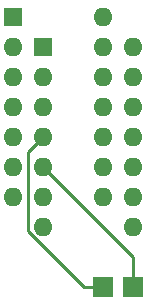
<source format=gbr>
%TF.GenerationSoftware,KiCad,Pcbnew,7.0.9*%
%TF.CreationDate,2024-04-23T20:51:24-07:00*%
%TF.ProjectId,U29-74LS02,5532392d-3734-44c5-9330-322e6b696361,rev?*%
%TF.SameCoordinates,Original*%
%TF.FileFunction,Copper,L2,Bot*%
%TF.FilePolarity,Positive*%
%FSLAX46Y46*%
G04 Gerber Fmt 4.6, Leading zero omitted, Abs format (unit mm)*
G04 Created by KiCad (PCBNEW 7.0.9) date 2024-04-23 20:51:24*
%MOMM*%
%LPD*%
G01*
G04 APERTURE LIST*
%TA.AperFunction,ComponentPad*%
%ADD10R,1.700000X1.700000*%
%TD*%
%TA.AperFunction,ComponentPad*%
%ADD11O,1.600000X1.600000*%
%TD*%
%TA.AperFunction,ComponentPad*%
%ADD12R,1.600000X1.600000*%
%TD*%
%TA.AperFunction,Conductor*%
%ADD13C,0.250000*%
%TD*%
G04 APERTURE END LIST*
D10*
%TO.P,J1,1,Pin_1*%
%TO.N,Net-(J1-Pin_1)*%
X160020000Y-109220000D03*
%TO.P,J1,2,Pin_2*%
%TO.N,Net-(J1-Pin_2)*%
X162560000Y-109220000D03*
%TD*%
D11*
%TO.P,U29,14,VCC*%
%TO.N,VCC*%
X160020000Y-86360000D03*
%TO.P,U29,13*%
%TO.N,Net-(SOCKET_74LS1-Pad13)*%
X160020000Y-88900000D03*
%TO.P,U29,12*%
%TO.N,Net-(SOCKET_74LS1-Pad12)*%
X160020000Y-91440000D03*
%TO.P,U29,11*%
%TO.N,Net-(SOCKET_74LS1-Pad11)*%
X160020000Y-93980000D03*
%TO.P,U29,10*%
%TO.N,Net-(SOCKET_74LS1-Pad10)*%
X160020000Y-96520000D03*
%TO.P,U29,9*%
%TO.N,Net-(SOCKET_74LS1-Pad9)*%
X160020000Y-99060000D03*
%TO.P,U29,8*%
%TO.N,Net-(SOCKET_74LS1-Pad6)*%
X160020000Y-101600000D03*
%TO.P,U29,7,GND*%
%TO.N,GND*%
X152400000Y-101600000D03*
%TO.P,U29,6*%
%TO.N,unconnected-(U29-Pad6)*%
X152400000Y-99060000D03*
%TO.P,U29,5*%
%TO.N,unconnected-(U29-Pad5)*%
X152400000Y-96520000D03*
%TO.P,U29,4*%
%TO.N,unconnected-(U29-Pad4)*%
X152400000Y-93980000D03*
%TO.P,U29,3*%
%TO.N,Net-(SOCKET_74LS1-Pad3)*%
X152400000Y-91440000D03*
%TO.P,U29,2*%
%TO.N,Net-(SOCKET_74LS1-Pad2)*%
X152400000Y-88900000D03*
D12*
%TO.P,U29,1*%
%TO.N,Net-(SOCKET_74LS1-Pad1)*%
X152400000Y-86360000D03*
%TD*%
D11*
%TO.P,SOCKET_74LS1,14,VCC*%
%TO.N,VCC*%
X162560000Y-88900000D03*
%TO.P,SOCKET_74LS1,13*%
%TO.N,Net-(SOCKET_74LS1-Pad13)*%
X162560000Y-91440000D03*
%TO.P,SOCKET_74LS1,12*%
%TO.N,Net-(SOCKET_74LS1-Pad12)*%
X162560000Y-93980000D03*
%TO.P,SOCKET_74LS1,11*%
%TO.N,Net-(SOCKET_74LS1-Pad11)*%
X162560000Y-96520000D03*
%TO.P,SOCKET_74LS1,10*%
%TO.N,Net-(SOCKET_74LS1-Pad10)*%
X162560000Y-99060000D03*
%TO.P,SOCKET_74LS1,9*%
%TO.N,Net-(SOCKET_74LS1-Pad9)*%
X162560000Y-101600000D03*
%TO.P,SOCKET_74LS1,8*%
%TO.N,Net-(SOCKET_74LS1-Pad6)*%
X162560000Y-104140000D03*
%TO.P,SOCKET_74LS1,7,GND*%
%TO.N,GND*%
X154940000Y-104140000D03*
%TO.P,SOCKET_74LS1,6*%
%TO.N,Net-(SOCKET_74LS1-Pad6)*%
X154940000Y-101600000D03*
%TO.P,SOCKET_74LS1,5*%
%TO.N,Net-(J1-Pin_2)*%
X154940000Y-99060000D03*
%TO.P,SOCKET_74LS1,4*%
%TO.N,Net-(J1-Pin_1)*%
X154940000Y-96520000D03*
%TO.P,SOCKET_74LS1,3*%
%TO.N,Net-(SOCKET_74LS1-Pad3)*%
X154940000Y-93980000D03*
%TO.P,SOCKET_74LS1,2*%
%TO.N,Net-(SOCKET_74LS1-Pad2)*%
X154940000Y-91440000D03*
D12*
%TO.P,SOCKET_74LS1,1*%
%TO.N,Net-(SOCKET_74LS1-Pad1)*%
X154940000Y-88900000D03*
%TD*%
D13*
%TO.N,Net-(J1-Pin_1)*%
X153670000Y-97790000D02*
X153670000Y-104460991D01*
X153670000Y-104460991D02*
X158429009Y-109220000D01*
X154940000Y-96520000D02*
X153670000Y-97790000D01*
X158429009Y-109220000D02*
X160020000Y-109220000D01*
%TO.N,Net-(J1-Pin_2)*%
X162560000Y-106680000D02*
X154940000Y-99060000D01*
X162560000Y-109220000D02*
X162560000Y-106680000D01*
%TD*%
M02*

</source>
